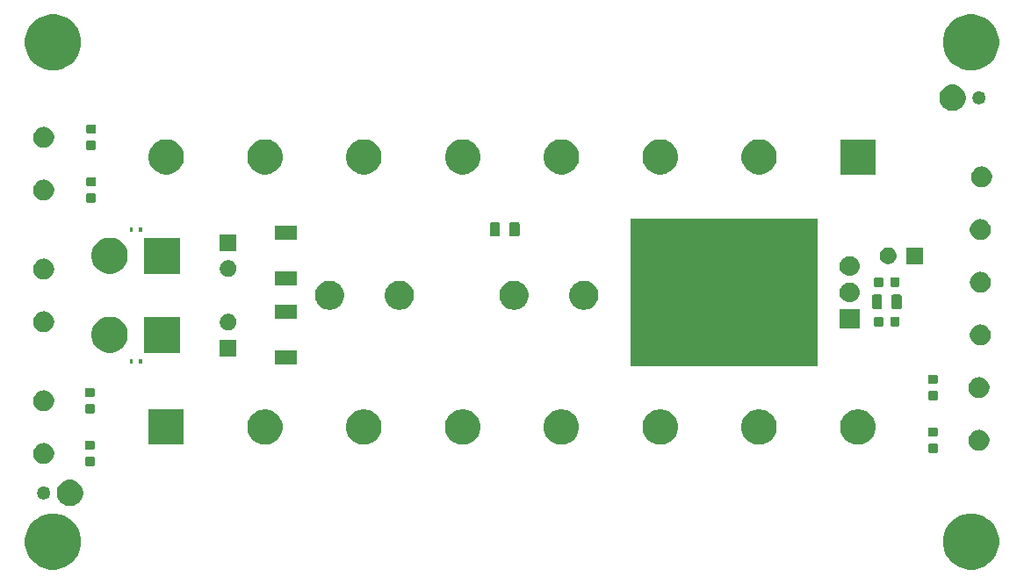
<source format=gbr>
G04 #@! TF.GenerationSoftware,KiCad,Pcbnew,5.0.2-bee76a0~70~ubuntu18.04.1*
G04 #@! TF.CreationDate,2019-06-21T09:24:01-07:00*
G04 #@! TF.ProjectId,aa-power,61612d70-6f77-4657-922e-6b696361645f,rev?*
G04 #@! TF.SameCoordinates,Original*
G04 #@! TF.FileFunction,Soldermask,Top*
G04 #@! TF.FilePolarity,Negative*
%FSLAX46Y46*%
G04 Gerber Fmt 4.6, Leading zero omitted, Abs format (unit mm)*
G04 Created by KiCad (PCBNEW 5.0.2-bee76a0~70~ubuntu18.04.1) date Fri 21 Jun 2019 09:24:01 AM PDT*
%MOMM*%
%LPD*%
G01*
G04 APERTURE LIST*
%ADD10C,0.100000*%
G04 APERTURE END LIST*
D10*
G36*
X194335560Y-121482759D02*
X194786084Y-121669372D01*
X194826930Y-121686291D01*
X194846736Y-121699525D01*
X195269153Y-121981775D01*
X195645225Y-122357847D01*
X195940710Y-122800072D01*
X196144241Y-123291440D01*
X196248000Y-123813072D01*
X196248000Y-124344928D01*
X196144241Y-124866560D01*
X195940710Y-125357928D01*
X195645225Y-125800153D01*
X195269153Y-126176225D01*
X195269150Y-126176227D01*
X194826930Y-126471709D01*
X194826929Y-126471710D01*
X194826928Y-126471710D01*
X194335560Y-126675241D01*
X193813928Y-126779000D01*
X193282072Y-126779000D01*
X192760440Y-126675241D01*
X192269072Y-126471710D01*
X192269071Y-126471710D01*
X192269070Y-126471709D01*
X191826850Y-126176227D01*
X191826847Y-126176225D01*
X191450775Y-125800153D01*
X191155290Y-125357928D01*
X190951759Y-124866560D01*
X190848000Y-124344928D01*
X190848000Y-123813072D01*
X190951759Y-123291440D01*
X191155290Y-122800072D01*
X191450775Y-122357847D01*
X191826847Y-121981775D01*
X192249264Y-121699525D01*
X192269070Y-121686291D01*
X192309916Y-121669372D01*
X192760440Y-121482759D01*
X193282072Y-121379000D01*
X193813928Y-121379000D01*
X194335560Y-121482759D01*
X194335560Y-121482759D01*
G37*
G36*
X105816560Y-121482759D02*
X106267084Y-121669372D01*
X106307930Y-121686291D01*
X106327736Y-121699525D01*
X106750153Y-121981775D01*
X107126225Y-122357847D01*
X107421710Y-122800072D01*
X107625241Y-123291440D01*
X107729000Y-123813072D01*
X107729000Y-124344928D01*
X107625241Y-124866560D01*
X107421710Y-125357928D01*
X107126225Y-125800153D01*
X106750153Y-126176225D01*
X106750150Y-126176227D01*
X106307930Y-126471709D01*
X106307929Y-126471710D01*
X106307928Y-126471710D01*
X105816560Y-126675241D01*
X105294928Y-126779000D01*
X104763072Y-126779000D01*
X104241440Y-126675241D01*
X103750072Y-126471710D01*
X103750071Y-126471710D01*
X103750070Y-126471709D01*
X103307850Y-126176227D01*
X103307847Y-126176225D01*
X102931775Y-125800153D01*
X102636290Y-125357928D01*
X102432759Y-124866560D01*
X102329000Y-124344928D01*
X102329000Y-123813072D01*
X102432759Y-123291440D01*
X102636290Y-122800072D01*
X102931775Y-122357847D01*
X103307847Y-121981775D01*
X103730264Y-121699525D01*
X103750070Y-121686291D01*
X103790916Y-121669372D01*
X104241440Y-121482759D01*
X104763072Y-121379000D01*
X105294928Y-121379000D01*
X105816560Y-121482759D01*
X105816560Y-121482759D01*
G37*
G36*
X106927764Y-118134402D02*
X107050445Y-118158805D01*
X107281571Y-118254541D01*
X107489581Y-118393529D01*
X107666471Y-118570419D01*
X107666473Y-118570422D01*
X107805459Y-118778429D01*
X107901195Y-119009555D01*
X107950000Y-119254916D01*
X107950000Y-119505084D01*
X107901195Y-119750445D01*
X107805459Y-119981571D01*
X107666471Y-120189581D01*
X107489581Y-120366471D01*
X107489578Y-120366473D01*
X107281571Y-120505459D01*
X107050445Y-120601195D01*
X106927765Y-120625597D01*
X106805086Y-120650000D01*
X106554914Y-120650000D01*
X106432235Y-120625597D01*
X106309555Y-120601195D01*
X106078429Y-120505459D01*
X105870422Y-120366473D01*
X105870419Y-120366471D01*
X105693529Y-120189581D01*
X105554541Y-119981571D01*
X105458805Y-119750445D01*
X105410000Y-119505084D01*
X105410000Y-119254916D01*
X105458805Y-119009555D01*
X105554541Y-118778429D01*
X105693527Y-118570422D01*
X105693529Y-118570419D01*
X105870419Y-118393529D01*
X106078429Y-118254541D01*
X106309555Y-118158805D01*
X106432236Y-118134402D01*
X106554914Y-118110000D01*
X106805086Y-118110000D01*
X106927764Y-118134402D01*
X106927764Y-118134402D01*
G37*
G36*
X104325223Y-118769403D02*
X104440784Y-118817270D01*
X104544792Y-118886766D01*
X104633234Y-118975208D01*
X104702730Y-119079216D01*
X104750597Y-119194777D01*
X104775000Y-119317458D01*
X104775000Y-119442542D01*
X104762559Y-119505086D01*
X104750597Y-119565223D01*
X104702730Y-119680784D01*
X104633234Y-119784792D01*
X104544792Y-119873234D01*
X104440784Y-119942730D01*
X104325223Y-119990597D01*
X104202542Y-120015000D01*
X104077458Y-120015000D01*
X103954777Y-119990597D01*
X103839216Y-119942730D01*
X103735208Y-119873234D01*
X103646766Y-119784792D01*
X103577270Y-119680784D01*
X103529403Y-119565223D01*
X103517441Y-119505086D01*
X103505000Y-119442542D01*
X103505000Y-119317458D01*
X103529403Y-119194777D01*
X103577270Y-119079216D01*
X103646766Y-118975208D01*
X103735208Y-118886766D01*
X103839216Y-118817270D01*
X103954777Y-118769403D01*
X104077458Y-118745000D01*
X104202542Y-118745000D01*
X104325223Y-118769403D01*
X104325223Y-118769403D01*
G37*
G36*
X108934116Y-115923595D02*
X108963313Y-115932452D01*
X108990218Y-115946833D01*
X109013808Y-115966192D01*
X109033167Y-115989782D01*
X109047548Y-116016687D01*
X109056405Y-116045884D01*
X109060000Y-116082390D01*
X109060000Y-116632610D01*
X109056405Y-116669116D01*
X109047548Y-116698313D01*
X109033167Y-116725218D01*
X109013808Y-116748808D01*
X108990218Y-116768167D01*
X108963313Y-116782548D01*
X108934116Y-116791405D01*
X108897610Y-116795000D01*
X108272390Y-116795000D01*
X108235884Y-116791405D01*
X108206687Y-116782548D01*
X108179782Y-116768167D01*
X108156192Y-116748808D01*
X108136833Y-116725218D01*
X108122452Y-116698313D01*
X108113595Y-116669116D01*
X108110000Y-116632610D01*
X108110000Y-116082390D01*
X108113595Y-116045884D01*
X108122452Y-116016687D01*
X108136833Y-115989782D01*
X108156192Y-115966192D01*
X108179782Y-115946833D01*
X108206687Y-115932452D01*
X108235884Y-115923595D01*
X108272390Y-115920000D01*
X108897610Y-115920000D01*
X108934116Y-115923595D01*
X108934116Y-115923595D01*
G37*
G36*
X104315770Y-114585372D02*
X104431689Y-114608429D01*
X104613678Y-114683811D01*
X104777463Y-114793249D01*
X104916751Y-114932537D01*
X105026189Y-115096322D01*
X105101571Y-115278311D01*
X105140000Y-115471509D01*
X105140000Y-115668491D01*
X105101571Y-115861689D01*
X105026189Y-116043678D01*
X104916751Y-116207463D01*
X104777463Y-116346751D01*
X104613678Y-116456189D01*
X104431689Y-116531571D01*
X104315770Y-116554628D01*
X104238493Y-116570000D01*
X104041507Y-116570000D01*
X103964230Y-116554628D01*
X103848311Y-116531571D01*
X103666322Y-116456189D01*
X103502537Y-116346751D01*
X103363249Y-116207463D01*
X103253811Y-116043678D01*
X103178429Y-115861689D01*
X103140000Y-115668491D01*
X103140000Y-115471509D01*
X103178429Y-115278311D01*
X103253811Y-115096322D01*
X103363249Y-114932537D01*
X103502537Y-114793249D01*
X103666322Y-114683811D01*
X103848311Y-114608429D01*
X103964230Y-114585372D01*
X104041507Y-114570000D01*
X104238493Y-114570000D01*
X104315770Y-114585372D01*
X104315770Y-114585372D01*
G37*
G36*
X190214116Y-114653595D02*
X190243313Y-114662452D01*
X190270218Y-114676833D01*
X190293808Y-114696192D01*
X190313167Y-114719782D01*
X190327548Y-114746687D01*
X190336405Y-114775884D01*
X190340000Y-114812390D01*
X190340000Y-115362610D01*
X190336405Y-115399116D01*
X190327548Y-115428313D01*
X190313167Y-115455218D01*
X190293808Y-115478808D01*
X190270218Y-115498167D01*
X190243313Y-115512548D01*
X190214116Y-115521405D01*
X190177610Y-115525000D01*
X189552390Y-115525000D01*
X189515884Y-115521405D01*
X189486687Y-115512548D01*
X189459782Y-115498167D01*
X189436192Y-115478808D01*
X189416833Y-115455218D01*
X189402452Y-115428313D01*
X189393595Y-115399116D01*
X189390000Y-115362610D01*
X189390000Y-114812390D01*
X189393595Y-114775884D01*
X189402452Y-114746687D01*
X189416833Y-114719782D01*
X189436192Y-114696192D01*
X189459782Y-114676833D01*
X189486687Y-114662452D01*
X189515884Y-114653595D01*
X189552390Y-114650000D01*
X190177610Y-114650000D01*
X190214116Y-114653595D01*
X190214116Y-114653595D01*
G37*
G36*
X194485770Y-113315372D02*
X194601689Y-113338429D01*
X194783678Y-113413811D01*
X194947463Y-113523249D01*
X195086751Y-113662537D01*
X195196189Y-113826322D01*
X195271571Y-114008311D01*
X195310000Y-114201509D01*
X195310000Y-114398491D01*
X195271571Y-114591689D01*
X195196189Y-114773678D01*
X195086751Y-114937463D01*
X194947463Y-115076751D01*
X194783678Y-115186189D01*
X194601689Y-115261571D01*
X194485770Y-115284628D01*
X194408493Y-115300000D01*
X194211507Y-115300000D01*
X194134230Y-115284628D01*
X194018311Y-115261571D01*
X193836322Y-115186189D01*
X193672537Y-115076751D01*
X193533249Y-114937463D01*
X193423811Y-114773678D01*
X193348429Y-114591689D01*
X193310000Y-114398491D01*
X193310000Y-114201509D01*
X193348429Y-114008311D01*
X193423811Y-113826322D01*
X193533249Y-113662537D01*
X193672537Y-113523249D01*
X193836322Y-113413811D01*
X194018311Y-113338429D01*
X194134230Y-113315372D01*
X194211507Y-113300000D01*
X194408493Y-113300000D01*
X194485770Y-113315372D01*
X194485770Y-113315372D01*
G37*
G36*
X108934116Y-114348595D02*
X108963313Y-114357452D01*
X108990218Y-114371833D01*
X109013808Y-114391192D01*
X109033167Y-114414782D01*
X109047548Y-114441687D01*
X109056405Y-114470884D01*
X109060000Y-114507390D01*
X109060000Y-115057610D01*
X109056405Y-115094116D01*
X109047548Y-115123313D01*
X109033167Y-115150218D01*
X109013808Y-115173808D01*
X108990218Y-115193167D01*
X108963313Y-115207548D01*
X108934116Y-115216405D01*
X108897610Y-115220000D01*
X108272390Y-115220000D01*
X108235884Y-115216405D01*
X108206687Y-115207548D01*
X108179782Y-115193167D01*
X108156192Y-115173808D01*
X108136833Y-115150218D01*
X108122452Y-115123313D01*
X108113595Y-115094116D01*
X108110000Y-115057610D01*
X108110000Y-114507390D01*
X108113595Y-114470884D01*
X108122452Y-114441687D01*
X108136833Y-114414782D01*
X108156192Y-114391192D01*
X108179782Y-114371833D01*
X108206687Y-114357452D01*
X108235884Y-114348595D01*
X108272390Y-114345000D01*
X108897610Y-114345000D01*
X108934116Y-114348595D01*
X108934116Y-114348595D01*
G37*
G36*
X154432393Y-111373553D02*
X154541872Y-111395330D01*
X154851252Y-111523479D01*
X155129687Y-111709523D01*
X155366477Y-111946313D01*
X155552521Y-112224748D01*
X155680670Y-112534128D01*
X155680670Y-112534129D01*
X155746000Y-112862563D01*
X155746000Y-113197437D01*
X155735331Y-113251074D01*
X155680670Y-113525872D01*
X155552521Y-113835252D01*
X155366477Y-114113687D01*
X155129687Y-114350477D01*
X154851252Y-114536521D01*
X154541872Y-114664670D01*
X154480724Y-114676833D01*
X154213437Y-114730000D01*
X153878563Y-114730000D01*
X153611276Y-114676833D01*
X153550128Y-114664670D01*
X153240748Y-114536521D01*
X152962313Y-114350477D01*
X152725523Y-114113687D01*
X152539479Y-113835252D01*
X152411330Y-113525872D01*
X152356669Y-113251074D01*
X152346000Y-113197437D01*
X152346000Y-112862563D01*
X152411330Y-112534129D01*
X152411330Y-112534128D01*
X152539479Y-112224748D01*
X152725523Y-111946313D01*
X152962313Y-111709523D01*
X153240748Y-111523479D01*
X153550128Y-111395330D01*
X153659607Y-111373553D01*
X153878563Y-111330000D01*
X154213437Y-111330000D01*
X154432393Y-111373553D01*
X154432393Y-111373553D01*
G37*
G36*
X173487393Y-111373553D02*
X173596872Y-111395330D01*
X173906252Y-111523479D01*
X174184687Y-111709523D01*
X174421477Y-111946313D01*
X174607521Y-112224748D01*
X174735670Y-112534128D01*
X174735670Y-112534129D01*
X174801000Y-112862563D01*
X174801000Y-113197437D01*
X174790331Y-113251074D01*
X174735670Y-113525872D01*
X174607521Y-113835252D01*
X174421477Y-114113687D01*
X174184687Y-114350477D01*
X173906252Y-114536521D01*
X173596872Y-114664670D01*
X173535724Y-114676833D01*
X173268437Y-114730000D01*
X172933563Y-114730000D01*
X172666276Y-114676833D01*
X172605128Y-114664670D01*
X172295748Y-114536521D01*
X172017313Y-114350477D01*
X171780523Y-114113687D01*
X171594479Y-113835252D01*
X171466330Y-113525872D01*
X171411669Y-113251074D01*
X171401000Y-113197437D01*
X171401000Y-112862563D01*
X171466330Y-112534129D01*
X171466330Y-112534128D01*
X171594479Y-112224748D01*
X171780523Y-111946313D01*
X172017313Y-111709523D01*
X172295748Y-111523479D01*
X172605128Y-111395330D01*
X172714607Y-111373553D01*
X172933563Y-111330000D01*
X173268437Y-111330000D01*
X173487393Y-111373553D01*
X173487393Y-111373553D01*
G37*
G36*
X163962393Y-111373553D02*
X164071872Y-111395330D01*
X164381252Y-111523479D01*
X164659687Y-111709523D01*
X164896477Y-111946313D01*
X165082521Y-112224748D01*
X165210670Y-112534128D01*
X165210670Y-112534129D01*
X165276000Y-112862563D01*
X165276000Y-113197437D01*
X165265331Y-113251074D01*
X165210670Y-113525872D01*
X165082521Y-113835252D01*
X164896477Y-114113687D01*
X164659687Y-114350477D01*
X164381252Y-114536521D01*
X164071872Y-114664670D01*
X164010724Y-114676833D01*
X163743437Y-114730000D01*
X163408563Y-114730000D01*
X163141276Y-114676833D01*
X163080128Y-114664670D01*
X162770748Y-114536521D01*
X162492313Y-114350477D01*
X162255523Y-114113687D01*
X162069479Y-113835252D01*
X161941330Y-113525872D01*
X161886669Y-113251074D01*
X161876000Y-113197437D01*
X161876000Y-112862563D01*
X161941330Y-112534129D01*
X161941330Y-112534128D01*
X162069479Y-112224748D01*
X162255523Y-111946313D01*
X162492313Y-111709523D01*
X162770748Y-111523479D01*
X163080128Y-111395330D01*
X163189607Y-111373553D01*
X163408563Y-111330000D01*
X163743437Y-111330000D01*
X163962393Y-111373553D01*
X163962393Y-111373553D01*
G37*
G36*
X117651000Y-114730000D02*
X114251000Y-114730000D01*
X114251000Y-111330000D01*
X117651000Y-111330000D01*
X117651000Y-114730000D01*
X117651000Y-114730000D01*
G37*
G36*
X125857393Y-111373553D02*
X125966872Y-111395330D01*
X126276252Y-111523479D01*
X126554687Y-111709523D01*
X126791477Y-111946313D01*
X126977521Y-112224748D01*
X127105670Y-112534128D01*
X127105670Y-112534129D01*
X127171000Y-112862563D01*
X127171000Y-113197437D01*
X127160331Y-113251074D01*
X127105670Y-113525872D01*
X126977521Y-113835252D01*
X126791477Y-114113687D01*
X126554687Y-114350477D01*
X126276252Y-114536521D01*
X125966872Y-114664670D01*
X125905724Y-114676833D01*
X125638437Y-114730000D01*
X125303563Y-114730000D01*
X125036276Y-114676833D01*
X124975128Y-114664670D01*
X124665748Y-114536521D01*
X124387313Y-114350477D01*
X124150523Y-114113687D01*
X123964479Y-113835252D01*
X123836330Y-113525872D01*
X123781669Y-113251074D01*
X123771000Y-113197437D01*
X123771000Y-112862563D01*
X123836330Y-112534129D01*
X123836330Y-112534128D01*
X123964479Y-112224748D01*
X124150523Y-111946313D01*
X124387313Y-111709523D01*
X124665748Y-111523479D01*
X124975128Y-111395330D01*
X125084607Y-111373553D01*
X125303563Y-111330000D01*
X125638437Y-111330000D01*
X125857393Y-111373553D01*
X125857393Y-111373553D01*
G37*
G36*
X144912393Y-111373553D02*
X145021872Y-111395330D01*
X145331252Y-111523479D01*
X145609687Y-111709523D01*
X145846477Y-111946313D01*
X146032521Y-112224748D01*
X146160670Y-112534128D01*
X146160670Y-112534129D01*
X146226000Y-112862563D01*
X146226000Y-113197437D01*
X146215331Y-113251074D01*
X146160670Y-113525872D01*
X146032521Y-113835252D01*
X145846477Y-114113687D01*
X145609687Y-114350477D01*
X145331252Y-114536521D01*
X145021872Y-114664670D01*
X144960724Y-114676833D01*
X144693437Y-114730000D01*
X144358563Y-114730000D01*
X144091276Y-114676833D01*
X144030128Y-114664670D01*
X143720748Y-114536521D01*
X143442313Y-114350477D01*
X143205523Y-114113687D01*
X143019479Y-113835252D01*
X142891330Y-113525872D01*
X142836669Y-113251074D01*
X142826000Y-113197437D01*
X142826000Y-112862563D01*
X142891330Y-112534129D01*
X142891330Y-112534128D01*
X143019479Y-112224748D01*
X143205523Y-111946313D01*
X143442313Y-111709523D01*
X143720748Y-111523479D01*
X144030128Y-111395330D01*
X144139607Y-111373553D01*
X144358563Y-111330000D01*
X144693437Y-111330000D01*
X144912393Y-111373553D01*
X144912393Y-111373553D01*
G37*
G36*
X183012393Y-111373553D02*
X183121872Y-111395330D01*
X183431252Y-111523479D01*
X183709687Y-111709523D01*
X183946477Y-111946313D01*
X184132521Y-112224748D01*
X184260670Y-112534128D01*
X184260670Y-112534129D01*
X184326000Y-112862563D01*
X184326000Y-113197437D01*
X184315331Y-113251074D01*
X184260670Y-113525872D01*
X184132521Y-113835252D01*
X183946477Y-114113687D01*
X183709687Y-114350477D01*
X183431252Y-114536521D01*
X183121872Y-114664670D01*
X183060724Y-114676833D01*
X182793437Y-114730000D01*
X182458563Y-114730000D01*
X182191276Y-114676833D01*
X182130128Y-114664670D01*
X181820748Y-114536521D01*
X181542313Y-114350477D01*
X181305523Y-114113687D01*
X181119479Y-113835252D01*
X180991330Y-113525872D01*
X180936669Y-113251074D01*
X180926000Y-113197437D01*
X180926000Y-112862563D01*
X180991330Y-112534129D01*
X180991330Y-112534128D01*
X181119479Y-112224748D01*
X181305523Y-111946313D01*
X181542313Y-111709523D01*
X181820748Y-111523479D01*
X182130128Y-111395330D01*
X182239607Y-111373553D01*
X182458563Y-111330000D01*
X182793437Y-111330000D01*
X183012393Y-111373553D01*
X183012393Y-111373553D01*
G37*
G36*
X135387393Y-111373553D02*
X135496872Y-111395330D01*
X135806252Y-111523479D01*
X136084687Y-111709523D01*
X136321477Y-111946313D01*
X136507521Y-112224748D01*
X136635670Y-112534128D01*
X136635670Y-112534129D01*
X136701000Y-112862563D01*
X136701000Y-113197437D01*
X136690331Y-113251074D01*
X136635670Y-113525872D01*
X136507521Y-113835252D01*
X136321477Y-114113687D01*
X136084687Y-114350477D01*
X135806252Y-114536521D01*
X135496872Y-114664670D01*
X135435724Y-114676833D01*
X135168437Y-114730000D01*
X134833563Y-114730000D01*
X134566276Y-114676833D01*
X134505128Y-114664670D01*
X134195748Y-114536521D01*
X133917313Y-114350477D01*
X133680523Y-114113687D01*
X133494479Y-113835252D01*
X133366330Y-113525872D01*
X133311669Y-113251074D01*
X133301000Y-113197437D01*
X133301000Y-112862563D01*
X133366330Y-112534129D01*
X133366330Y-112534128D01*
X133494479Y-112224748D01*
X133680523Y-111946313D01*
X133917313Y-111709523D01*
X134195748Y-111523479D01*
X134505128Y-111395330D01*
X134614607Y-111373553D01*
X134833563Y-111330000D01*
X135168437Y-111330000D01*
X135387393Y-111373553D01*
X135387393Y-111373553D01*
G37*
G36*
X190214116Y-113078595D02*
X190243313Y-113087452D01*
X190270218Y-113101833D01*
X190293808Y-113121192D01*
X190313167Y-113144782D01*
X190327548Y-113171687D01*
X190336405Y-113200884D01*
X190340000Y-113237390D01*
X190340000Y-113787610D01*
X190336405Y-113824116D01*
X190327548Y-113853313D01*
X190313167Y-113880218D01*
X190293808Y-113903808D01*
X190270218Y-113923167D01*
X190243313Y-113937548D01*
X190214116Y-113946405D01*
X190177610Y-113950000D01*
X189552390Y-113950000D01*
X189515884Y-113946405D01*
X189486687Y-113937548D01*
X189459782Y-113923167D01*
X189436192Y-113903808D01*
X189416833Y-113880218D01*
X189402452Y-113853313D01*
X189393595Y-113824116D01*
X189390000Y-113787610D01*
X189390000Y-113237390D01*
X189393595Y-113200884D01*
X189402452Y-113171687D01*
X189416833Y-113144782D01*
X189436192Y-113121192D01*
X189459782Y-113101833D01*
X189486687Y-113087452D01*
X189515884Y-113078595D01*
X189552390Y-113075000D01*
X190177610Y-113075000D01*
X190214116Y-113078595D01*
X190214116Y-113078595D01*
G37*
G36*
X108934116Y-110843595D02*
X108963313Y-110852452D01*
X108990218Y-110866833D01*
X109013808Y-110886192D01*
X109033167Y-110909782D01*
X109047548Y-110936687D01*
X109056405Y-110965884D01*
X109060000Y-111002390D01*
X109060000Y-111552610D01*
X109056405Y-111589116D01*
X109047548Y-111618313D01*
X109033167Y-111645218D01*
X109013808Y-111668808D01*
X108990218Y-111688167D01*
X108963313Y-111702548D01*
X108934116Y-111711405D01*
X108897610Y-111715000D01*
X108272390Y-111715000D01*
X108235884Y-111711405D01*
X108206687Y-111702548D01*
X108179782Y-111688167D01*
X108156192Y-111668808D01*
X108136833Y-111645218D01*
X108122452Y-111618313D01*
X108113595Y-111589116D01*
X108110000Y-111552610D01*
X108110000Y-111002390D01*
X108113595Y-110965884D01*
X108122452Y-110936687D01*
X108136833Y-110909782D01*
X108156192Y-110886192D01*
X108179782Y-110866833D01*
X108206687Y-110852452D01*
X108235884Y-110843595D01*
X108272390Y-110840000D01*
X108897610Y-110840000D01*
X108934116Y-110843595D01*
X108934116Y-110843595D01*
G37*
G36*
X104315770Y-109505372D02*
X104431689Y-109528429D01*
X104613678Y-109603811D01*
X104777463Y-109713249D01*
X104916751Y-109852537D01*
X105026189Y-110016322D01*
X105101571Y-110198311D01*
X105140000Y-110391509D01*
X105140000Y-110588491D01*
X105101571Y-110781689D01*
X105026189Y-110963678D01*
X104916751Y-111127463D01*
X104777463Y-111266751D01*
X104613678Y-111376189D01*
X104431689Y-111451571D01*
X104315770Y-111474628D01*
X104238493Y-111490000D01*
X104041507Y-111490000D01*
X103964230Y-111474628D01*
X103848311Y-111451571D01*
X103666322Y-111376189D01*
X103502537Y-111266751D01*
X103363249Y-111127463D01*
X103253811Y-110963678D01*
X103178429Y-110781689D01*
X103140000Y-110588491D01*
X103140000Y-110391509D01*
X103178429Y-110198311D01*
X103253811Y-110016322D01*
X103363249Y-109852537D01*
X103502537Y-109713249D01*
X103666322Y-109603811D01*
X103848311Y-109528429D01*
X103964230Y-109505372D01*
X104041507Y-109490000D01*
X104238493Y-109490000D01*
X104315770Y-109505372D01*
X104315770Y-109505372D01*
G37*
G36*
X190214116Y-109573595D02*
X190243313Y-109582452D01*
X190270218Y-109596833D01*
X190293808Y-109616192D01*
X190313167Y-109639782D01*
X190327548Y-109666687D01*
X190336405Y-109695884D01*
X190340000Y-109732390D01*
X190340000Y-110282610D01*
X190336405Y-110319116D01*
X190327548Y-110348313D01*
X190313167Y-110375218D01*
X190293808Y-110398808D01*
X190270218Y-110418167D01*
X190243313Y-110432548D01*
X190214116Y-110441405D01*
X190177610Y-110445000D01*
X189552390Y-110445000D01*
X189515884Y-110441405D01*
X189486687Y-110432548D01*
X189459782Y-110418167D01*
X189436192Y-110398808D01*
X189416833Y-110375218D01*
X189402452Y-110348313D01*
X189393595Y-110319116D01*
X189390000Y-110282610D01*
X189390000Y-109732390D01*
X189393595Y-109695884D01*
X189402452Y-109666687D01*
X189416833Y-109639782D01*
X189436192Y-109616192D01*
X189459782Y-109596833D01*
X189486687Y-109582452D01*
X189515884Y-109573595D01*
X189552390Y-109570000D01*
X190177610Y-109570000D01*
X190214116Y-109573595D01*
X190214116Y-109573595D01*
G37*
G36*
X194485770Y-108235372D02*
X194601689Y-108258429D01*
X194783678Y-108333811D01*
X194947463Y-108443249D01*
X195086751Y-108582537D01*
X195196189Y-108746322D01*
X195271571Y-108928311D01*
X195310000Y-109121509D01*
X195310000Y-109318491D01*
X195271571Y-109511689D01*
X195196189Y-109693678D01*
X195086751Y-109857463D01*
X194947463Y-109996751D01*
X194783678Y-110106189D01*
X194601689Y-110181571D01*
X194485770Y-110204628D01*
X194408493Y-110220000D01*
X194211507Y-110220000D01*
X194134230Y-110204628D01*
X194018311Y-110181571D01*
X193836322Y-110106189D01*
X193672537Y-109996751D01*
X193533249Y-109857463D01*
X193423811Y-109693678D01*
X193348429Y-109511689D01*
X193310000Y-109318491D01*
X193310000Y-109121509D01*
X193348429Y-108928311D01*
X193423811Y-108746322D01*
X193533249Y-108582537D01*
X193672537Y-108443249D01*
X193836322Y-108333811D01*
X194018311Y-108258429D01*
X194134230Y-108235372D01*
X194211507Y-108220000D01*
X194408493Y-108220000D01*
X194485770Y-108235372D01*
X194485770Y-108235372D01*
G37*
G36*
X108934116Y-109268595D02*
X108963313Y-109277452D01*
X108990218Y-109291833D01*
X109013808Y-109311192D01*
X109033167Y-109334782D01*
X109047548Y-109361687D01*
X109056405Y-109390884D01*
X109060000Y-109427390D01*
X109060000Y-109977610D01*
X109056405Y-110014116D01*
X109047548Y-110043313D01*
X109033167Y-110070218D01*
X109013808Y-110093808D01*
X108990218Y-110113167D01*
X108963313Y-110127548D01*
X108934116Y-110136405D01*
X108897610Y-110140000D01*
X108272390Y-110140000D01*
X108235884Y-110136405D01*
X108206687Y-110127548D01*
X108179782Y-110113167D01*
X108156192Y-110093808D01*
X108136833Y-110070218D01*
X108122452Y-110043313D01*
X108113595Y-110014116D01*
X108110000Y-109977610D01*
X108110000Y-109427390D01*
X108113595Y-109390884D01*
X108122452Y-109361687D01*
X108136833Y-109334782D01*
X108156192Y-109311192D01*
X108179782Y-109291833D01*
X108206687Y-109277452D01*
X108235884Y-109268595D01*
X108272390Y-109265000D01*
X108897610Y-109265000D01*
X108934116Y-109268595D01*
X108934116Y-109268595D01*
G37*
G36*
X190214116Y-107998595D02*
X190243313Y-108007452D01*
X190270218Y-108021833D01*
X190293808Y-108041192D01*
X190313167Y-108064782D01*
X190327548Y-108091687D01*
X190336405Y-108120884D01*
X190340000Y-108157390D01*
X190340000Y-108707610D01*
X190336405Y-108744116D01*
X190327548Y-108773313D01*
X190313167Y-108800218D01*
X190293808Y-108823808D01*
X190270218Y-108843167D01*
X190243313Y-108857548D01*
X190214116Y-108866405D01*
X190177610Y-108870000D01*
X189552390Y-108870000D01*
X189515884Y-108866405D01*
X189486687Y-108857548D01*
X189459782Y-108843167D01*
X189436192Y-108823808D01*
X189416833Y-108800218D01*
X189402452Y-108773313D01*
X189393595Y-108744116D01*
X189390000Y-108707610D01*
X189390000Y-108157390D01*
X189393595Y-108120884D01*
X189402452Y-108091687D01*
X189416833Y-108064782D01*
X189436192Y-108041192D01*
X189459782Y-108021833D01*
X189486687Y-108007452D01*
X189515884Y-107998595D01*
X189552390Y-107995000D01*
X190177610Y-107995000D01*
X190214116Y-107998595D01*
X190214116Y-107998595D01*
G37*
G36*
X178794162Y-107164621D02*
X160760162Y-107164621D01*
X160760162Y-92940621D01*
X178794162Y-92940621D01*
X178794162Y-107164621D01*
X178794162Y-107164621D01*
G37*
G36*
X128558000Y-107040000D02*
X126458000Y-107040000D01*
X126458000Y-105640000D01*
X128558000Y-105640000D01*
X128558000Y-107040000D01*
X128558000Y-107040000D01*
G37*
G36*
X113630000Y-106880000D02*
X113330000Y-106880000D01*
X113330000Y-106480000D01*
X113630000Y-106480000D01*
X113630000Y-106880000D01*
X113630000Y-106880000D01*
G37*
G36*
X112730000Y-106880000D02*
X112430000Y-106880000D01*
X112430000Y-106480000D01*
X112730000Y-106480000D01*
X112730000Y-106880000D01*
X112730000Y-106880000D01*
G37*
G36*
X122720000Y-106210000D02*
X121120000Y-106210000D01*
X121120000Y-104610000D01*
X122720000Y-104610000D01*
X122720000Y-106210000D01*
X122720000Y-106210000D01*
G37*
G36*
X111000473Y-102457193D02*
X111318963Y-102589116D01*
X111605601Y-102780641D01*
X111849359Y-103024399D01*
X112040884Y-103311037D01*
X112172807Y-103629527D01*
X112240060Y-103967633D01*
X112240060Y-104312367D01*
X112172807Y-104650473D01*
X112040884Y-104968963D01*
X111849359Y-105255601D01*
X111605601Y-105499359D01*
X111318963Y-105690884D01*
X111000473Y-105822807D01*
X110662367Y-105890060D01*
X110317633Y-105890060D01*
X109979527Y-105822807D01*
X109661037Y-105690884D01*
X109374399Y-105499359D01*
X109130641Y-105255601D01*
X108939116Y-104968963D01*
X108807193Y-104650473D01*
X108739940Y-104312367D01*
X108739940Y-103967633D01*
X108807193Y-103629527D01*
X108939116Y-103311037D01*
X109130641Y-103024399D01*
X109374399Y-102780641D01*
X109661037Y-102589116D01*
X109979527Y-102457193D01*
X110317633Y-102389940D01*
X110662367Y-102389940D01*
X111000473Y-102457193D01*
X111000473Y-102457193D01*
G37*
G36*
X117320060Y-105890060D02*
X113819940Y-105890060D01*
X113819940Y-102389940D01*
X117320060Y-102389940D01*
X117320060Y-105890060D01*
X117320060Y-105890060D01*
G37*
G36*
X194612770Y-103155372D02*
X194728689Y-103178429D01*
X194910678Y-103253811D01*
X195074463Y-103363249D01*
X195213751Y-103502537D01*
X195323189Y-103666322D01*
X195398571Y-103848311D01*
X195437000Y-104041509D01*
X195437000Y-104238491D01*
X195398571Y-104431689D01*
X195323189Y-104613678D01*
X195213751Y-104777463D01*
X195074463Y-104916751D01*
X194910678Y-105026189D01*
X194728689Y-105101571D01*
X194612770Y-105124628D01*
X194535493Y-105140000D01*
X194338507Y-105140000D01*
X194261230Y-105124628D01*
X194145311Y-105101571D01*
X193963322Y-105026189D01*
X193799537Y-104916751D01*
X193660249Y-104777463D01*
X193550811Y-104613678D01*
X193475429Y-104431689D01*
X193437000Y-104238491D01*
X193437000Y-104041509D01*
X193475429Y-103848311D01*
X193550811Y-103666322D01*
X193660249Y-103502537D01*
X193799537Y-103363249D01*
X193963322Y-103253811D01*
X194145311Y-103178429D01*
X194261230Y-103155372D01*
X194338507Y-103140000D01*
X194535493Y-103140000D01*
X194612770Y-103155372D01*
X194612770Y-103155372D01*
G37*
G36*
X104315770Y-101885372D02*
X104431689Y-101908429D01*
X104613678Y-101983811D01*
X104777463Y-102093249D01*
X104916751Y-102232537D01*
X105026189Y-102396322D01*
X105101571Y-102578311D01*
X105121131Y-102676648D01*
X105140000Y-102771507D01*
X105140000Y-102968493D01*
X105128879Y-103024399D01*
X105101571Y-103161689D01*
X105026189Y-103343678D01*
X104916751Y-103507463D01*
X104777463Y-103646751D01*
X104613678Y-103756189D01*
X104431689Y-103831571D01*
X104315770Y-103854628D01*
X104238493Y-103870000D01*
X104041507Y-103870000D01*
X103964230Y-103854628D01*
X103848311Y-103831571D01*
X103666322Y-103756189D01*
X103502537Y-103646751D01*
X103363249Y-103507463D01*
X103253811Y-103343678D01*
X103178429Y-103161689D01*
X103151121Y-103024399D01*
X103140000Y-102968493D01*
X103140000Y-102771507D01*
X103158869Y-102676648D01*
X103178429Y-102578311D01*
X103253811Y-102396322D01*
X103363249Y-102232537D01*
X103502537Y-102093249D01*
X103666322Y-101983811D01*
X103848311Y-101908429D01*
X103964230Y-101885372D01*
X104041507Y-101870000D01*
X104238493Y-101870000D01*
X104315770Y-101885372D01*
X104315770Y-101885372D01*
G37*
G36*
X122153352Y-102140743D02*
X122298941Y-102201048D01*
X122429973Y-102288601D01*
X122541399Y-102400027D01*
X122628952Y-102531059D01*
X122689257Y-102676648D01*
X122720000Y-102831205D01*
X122720000Y-102988795D01*
X122689257Y-103143352D01*
X122628952Y-103288941D01*
X122541399Y-103419973D01*
X122429973Y-103531399D01*
X122298941Y-103618952D01*
X122153352Y-103679257D01*
X121998795Y-103710000D01*
X121841205Y-103710000D01*
X121686648Y-103679257D01*
X121541059Y-103618952D01*
X121410027Y-103531399D01*
X121298601Y-103419973D01*
X121211048Y-103288941D01*
X121150743Y-103143352D01*
X121120000Y-102988795D01*
X121120000Y-102831205D01*
X121150743Y-102676648D01*
X121211048Y-102531059D01*
X121298601Y-102400027D01*
X121410027Y-102288601D01*
X121541059Y-102201048D01*
X121686648Y-102140743D01*
X121841205Y-102110000D01*
X121998795Y-102110000D01*
X122153352Y-102140743D01*
X122153352Y-102140743D01*
G37*
G36*
X182842162Y-103545121D02*
X180842162Y-103545121D01*
X180842162Y-101640121D01*
X182842162Y-101640121D01*
X182842162Y-103545121D01*
X182842162Y-103545121D01*
G37*
G36*
X184944116Y-102398595D02*
X184973313Y-102407452D01*
X185000218Y-102421833D01*
X185023808Y-102441192D01*
X185043167Y-102464782D01*
X185057548Y-102491687D01*
X185066405Y-102520884D01*
X185070000Y-102557390D01*
X185070000Y-103182610D01*
X185066405Y-103219116D01*
X185057548Y-103248313D01*
X185043167Y-103275218D01*
X185023808Y-103298808D01*
X185000218Y-103318167D01*
X184973313Y-103332548D01*
X184944116Y-103341405D01*
X184907610Y-103345000D01*
X184357390Y-103345000D01*
X184320884Y-103341405D01*
X184291687Y-103332548D01*
X184264782Y-103318167D01*
X184241192Y-103298808D01*
X184221833Y-103275218D01*
X184207452Y-103248313D01*
X184198595Y-103219116D01*
X184195000Y-103182610D01*
X184195000Y-102557390D01*
X184198595Y-102520884D01*
X184207452Y-102491687D01*
X184221833Y-102464782D01*
X184241192Y-102441192D01*
X184264782Y-102421833D01*
X184291687Y-102407452D01*
X184320884Y-102398595D01*
X184357390Y-102395000D01*
X184907610Y-102395000D01*
X184944116Y-102398595D01*
X184944116Y-102398595D01*
G37*
G36*
X186519116Y-102398595D02*
X186548313Y-102407452D01*
X186575218Y-102421833D01*
X186598808Y-102441192D01*
X186618167Y-102464782D01*
X186632548Y-102491687D01*
X186641405Y-102520884D01*
X186645000Y-102557390D01*
X186645000Y-103182610D01*
X186641405Y-103219116D01*
X186632548Y-103248313D01*
X186618167Y-103275218D01*
X186598808Y-103298808D01*
X186575218Y-103318167D01*
X186548313Y-103332548D01*
X186519116Y-103341405D01*
X186482610Y-103345000D01*
X185932390Y-103345000D01*
X185895884Y-103341405D01*
X185866687Y-103332548D01*
X185839782Y-103318167D01*
X185816192Y-103298808D01*
X185796833Y-103275218D01*
X185782452Y-103248313D01*
X185773595Y-103219116D01*
X185770000Y-103182610D01*
X185770000Y-102557390D01*
X185773595Y-102520884D01*
X185782452Y-102491687D01*
X185796833Y-102464782D01*
X185816192Y-102441192D01*
X185839782Y-102421833D01*
X185866687Y-102407452D01*
X185895884Y-102398595D01*
X185932390Y-102395000D01*
X186482610Y-102395000D01*
X186519116Y-102398595D01*
X186519116Y-102398595D01*
G37*
G36*
X128558000Y-102640000D02*
X126458000Y-102640000D01*
X126458000Y-101240000D01*
X128558000Y-101240000D01*
X128558000Y-102640000D01*
X128558000Y-102640000D01*
G37*
G36*
X138634039Y-98953354D02*
X138835448Y-98993417D01*
X139088412Y-99098198D01*
X139316074Y-99250316D01*
X139509684Y-99443926D01*
X139661802Y-99671588D01*
X139766583Y-99924552D01*
X139820000Y-100193097D01*
X139820000Y-100466903D01*
X139766583Y-100735448D01*
X139661802Y-100988412D01*
X139509684Y-101216074D01*
X139316074Y-101409684D01*
X139088412Y-101561802D01*
X138835448Y-101666583D01*
X138634039Y-101706646D01*
X138566904Y-101720000D01*
X138293096Y-101720000D01*
X138225961Y-101706646D01*
X138024552Y-101666583D01*
X137771588Y-101561802D01*
X137543926Y-101409684D01*
X137350316Y-101216074D01*
X137198198Y-100988412D01*
X137093417Y-100735448D01*
X137040000Y-100466903D01*
X137040000Y-100193097D01*
X137093417Y-99924552D01*
X137198198Y-99671588D01*
X137350316Y-99443926D01*
X137543926Y-99250316D01*
X137771588Y-99098198D01*
X138024552Y-98993417D01*
X138225961Y-98953354D01*
X138293096Y-98940000D01*
X138566904Y-98940000D01*
X138634039Y-98953354D01*
X138634039Y-98953354D01*
G37*
G36*
X131903039Y-98953354D02*
X132104448Y-98993417D01*
X132357412Y-99098198D01*
X132585074Y-99250316D01*
X132778684Y-99443926D01*
X132930802Y-99671588D01*
X133035583Y-99924552D01*
X133089000Y-100193097D01*
X133089000Y-100466903D01*
X133035583Y-100735448D01*
X132930802Y-100988412D01*
X132778684Y-101216074D01*
X132585074Y-101409684D01*
X132357412Y-101561802D01*
X132104448Y-101666583D01*
X131903039Y-101706646D01*
X131835904Y-101720000D01*
X131562096Y-101720000D01*
X131494961Y-101706646D01*
X131293552Y-101666583D01*
X131040588Y-101561802D01*
X130812926Y-101409684D01*
X130619316Y-101216074D01*
X130467198Y-100988412D01*
X130362417Y-100735448D01*
X130309000Y-100466903D01*
X130309000Y-100193097D01*
X130362417Y-99924552D01*
X130467198Y-99671588D01*
X130619316Y-99443926D01*
X130812926Y-99250316D01*
X131040588Y-99098198D01*
X131293552Y-98993417D01*
X131494961Y-98953354D01*
X131562096Y-98940000D01*
X131835904Y-98940000D01*
X131903039Y-98953354D01*
X131903039Y-98953354D01*
G37*
G36*
X156414039Y-98953354D02*
X156615448Y-98993417D01*
X156868412Y-99098198D01*
X157096074Y-99250316D01*
X157289684Y-99443926D01*
X157441802Y-99671588D01*
X157546583Y-99924552D01*
X157600000Y-100193097D01*
X157600000Y-100466903D01*
X157546583Y-100735448D01*
X157441802Y-100988412D01*
X157289684Y-101216074D01*
X157096074Y-101409684D01*
X156868412Y-101561802D01*
X156615448Y-101666583D01*
X156414039Y-101706646D01*
X156346904Y-101720000D01*
X156073096Y-101720000D01*
X156005961Y-101706646D01*
X155804552Y-101666583D01*
X155551588Y-101561802D01*
X155323926Y-101409684D01*
X155130316Y-101216074D01*
X154978198Y-100988412D01*
X154873417Y-100735448D01*
X154820000Y-100466903D01*
X154820000Y-100193097D01*
X154873417Y-99924552D01*
X154978198Y-99671588D01*
X155130316Y-99443926D01*
X155323926Y-99250316D01*
X155551588Y-99098198D01*
X155804552Y-98993417D01*
X156005961Y-98953354D01*
X156073096Y-98940000D01*
X156346904Y-98940000D01*
X156414039Y-98953354D01*
X156414039Y-98953354D01*
G37*
G36*
X149683039Y-98953354D02*
X149884448Y-98993417D01*
X150137412Y-99098198D01*
X150365074Y-99250316D01*
X150558684Y-99443926D01*
X150710802Y-99671588D01*
X150815583Y-99924552D01*
X150869000Y-100193097D01*
X150869000Y-100466903D01*
X150815583Y-100735448D01*
X150710802Y-100988412D01*
X150558684Y-101216074D01*
X150365074Y-101409684D01*
X150137412Y-101561802D01*
X149884448Y-101666583D01*
X149683039Y-101706646D01*
X149615904Y-101720000D01*
X149342096Y-101720000D01*
X149274961Y-101706646D01*
X149073552Y-101666583D01*
X148820588Y-101561802D01*
X148592926Y-101409684D01*
X148399316Y-101216074D01*
X148247198Y-100988412D01*
X148142417Y-100735448D01*
X148089000Y-100466903D01*
X148089000Y-100193097D01*
X148142417Y-99924552D01*
X148247198Y-99671588D01*
X148399316Y-99443926D01*
X148592926Y-99250316D01*
X148820588Y-99098198D01*
X149073552Y-98993417D01*
X149274961Y-98953354D01*
X149342096Y-98940000D01*
X149615904Y-98940000D01*
X149683039Y-98953354D01*
X149683039Y-98953354D01*
G37*
G36*
X186698992Y-100269076D02*
X186732883Y-100279357D01*
X186764111Y-100296048D01*
X186791485Y-100318515D01*
X186813952Y-100345889D01*
X186830643Y-100377117D01*
X186840924Y-100411008D01*
X186845000Y-100452391D01*
X186845000Y-101477609D01*
X186840924Y-101518992D01*
X186830643Y-101552883D01*
X186813952Y-101584111D01*
X186791485Y-101611485D01*
X186764111Y-101633952D01*
X186732883Y-101650643D01*
X186698992Y-101660924D01*
X186657609Y-101665000D01*
X186057391Y-101665000D01*
X186016008Y-101660924D01*
X185982117Y-101650643D01*
X185950889Y-101633952D01*
X185923515Y-101611485D01*
X185901048Y-101584111D01*
X185884357Y-101552883D01*
X185874076Y-101518992D01*
X185870000Y-101477609D01*
X185870000Y-100452391D01*
X185874076Y-100411008D01*
X185884357Y-100377117D01*
X185901048Y-100345889D01*
X185923515Y-100318515D01*
X185950889Y-100296048D01*
X185982117Y-100279357D01*
X186016008Y-100269076D01*
X186057391Y-100265000D01*
X186657609Y-100265000D01*
X186698992Y-100269076D01*
X186698992Y-100269076D01*
G37*
G36*
X184823992Y-100269076D02*
X184857883Y-100279357D01*
X184889111Y-100296048D01*
X184916485Y-100318515D01*
X184938952Y-100345889D01*
X184955643Y-100377117D01*
X184965924Y-100411008D01*
X184970000Y-100452391D01*
X184970000Y-101477609D01*
X184965924Y-101518992D01*
X184955643Y-101552883D01*
X184938952Y-101584111D01*
X184916485Y-101611485D01*
X184889111Y-101633952D01*
X184857883Y-101650643D01*
X184823992Y-101660924D01*
X184782609Y-101665000D01*
X184182391Y-101665000D01*
X184141008Y-101660924D01*
X184107117Y-101650643D01*
X184075889Y-101633952D01*
X184048515Y-101611485D01*
X184026048Y-101584111D01*
X184009357Y-101552883D01*
X183999076Y-101518992D01*
X183995000Y-101477609D01*
X183995000Y-100452391D01*
X183999076Y-100411008D01*
X184009357Y-100377117D01*
X184026048Y-100345889D01*
X184048515Y-100318515D01*
X184075889Y-100296048D01*
X184107117Y-100279357D01*
X184141008Y-100269076D01*
X184182391Y-100265000D01*
X184782609Y-100265000D01*
X184823992Y-100269076D01*
X184823992Y-100269076D01*
G37*
G36*
X182076386Y-99113903D02*
X182255931Y-99168368D01*
X182421403Y-99256814D01*
X182566440Y-99375843D01*
X182685469Y-99520880D01*
X182773915Y-99686352D01*
X182828380Y-99865897D01*
X182846770Y-100052621D01*
X182828380Y-100239345D01*
X182773915Y-100418890D01*
X182685469Y-100584362D01*
X182566440Y-100729399D01*
X182421403Y-100848428D01*
X182255931Y-100936874D01*
X182076386Y-100991339D01*
X181936451Y-101005121D01*
X181747873Y-101005121D01*
X181607938Y-100991339D01*
X181428393Y-100936874D01*
X181262921Y-100848428D01*
X181117884Y-100729399D01*
X180998855Y-100584362D01*
X180910409Y-100418890D01*
X180855944Y-100239345D01*
X180837554Y-100052621D01*
X180855944Y-99865897D01*
X180910409Y-99686352D01*
X180998855Y-99520880D01*
X181117884Y-99375843D01*
X181262921Y-99256814D01*
X181428393Y-99168368D01*
X181607938Y-99113903D01*
X181747873Y-99100121D01*
X181936451Y-99100121D01*
X182076386Y-99113903D01*
X182076386Y-99113903D01*
G37*
G36*
X194612770Y-98075372D02*
X194728689Y-98098429D01*
X194910678Y-98173811D01*
X195074463Y-98283249D01*
X195213751Y-98422537D01*
X195323189Y-98586322D01*
X195398571Y-98768311D01*
X195421628Y-98884230D01*
X195437000Y-98961507D01*
X195437000Y-99158493D01*
X195421628Y-99235770D01*
X195398571Y-99351689D01*
X195323189Y-99533678D01*
X195213751Y-99697463D01*
X195074463Y-99836751D01*
X194910678Y-99946189D01*
X194728689Y-100021571D01*
X194612770Y-100044628D01*
X194535493Y-100060000D01*
X194338507Y-100060000D01*
X194261230Y-100044628D01*
X194145311Y-100021571D01*
X193963322Y-99946189D01*
X193799537Y-99836751D01*
X193660249Y-99697463D01*
X193550811Y-99533678D01*
X193475429Y-99351689D01*
X193452372Y-99235770D01*
X193437000Y-99158493D01*
X193437000Y-98961507D01*
X193452372Y-98884230D01*
X193475429Y-98768311D01*
X193550811Y-98586322D01*
X193660249Y-98422537D01*
X193799537Y-98283249D01*
X193963322Y-98173811D01*
X194145311Y-98098429D01*
X194261230Y-98075372D01*
X194338507Y-98060000D01*
X194535493Y-98060000D01*
X194612770Y-98075372D01*
X194612770Y-98075372D01*
G37*
G36*
X186519116Y-98588595D02*
X186548313Y-98597452D01*
X186575218Y-98611833D01*
X186598808Y-98631192D01*
X186618167Y-98654782D01*
X186632548Y-98681687D01*
X186641405Y-98710884D01*
X186645000Y-98747390D01*
X186645000Y-99372610D01*
X186641405Y-99409116D01*
X186632548Y-99438313D01*
X186618167Y-99465218D01*
X186598808Y-99488808D01*
X186575218Y-99508167D01*
X186548313Y-99522548D01*
X186519116Y-99531405D01*
X186482610Y-99535000D01*
X185932390Y-99535000D01*
X185895884Y-99531405D01*
X185866687Y-99522548D01*
X185839782Y-99508167D01*
X185816192Y-99488808D01*
X185796833Y-99465218D01*
X185782452Y-99438313D01*
X185773595Y-99409116D01*
X185770000Y-99372610D01*
X185770000Y-98747390D01*
X185773595Y-98710884D01*
X185782452Y-98681687D01*
X185796833Y-98654782D01*
X185816192Y-98631192D01*
X185839782Y-98611833D01*
X185866687Y-98597452D01*
X185895884Y-98588595D01*
X185932390Y-98585000D01*
X186482610Y-98585000D01*
X186519116Y-98588595D01*
X186519116Y-98588595D01*
G37*
G36*
X184944116Y-98588595D02*
X184973313Y-98597452D01*
X185000218Y-98611833D01*
X185023808Y-98631192D01*
X185043167Y-98654782D01*
X185057548Y-98681687D01*
X185066405Y-98710884D01*
X185070000Y-98747390D01*
X185070000Y-99372610D01*
X185066405Y-99409116D01*
X185057548Y-99438313D01*
X185043167Y-99465218D01*
X185023808Y-99488808D01*
X185000218Y-99508167D01*
X184973313Y-99522548D01*
X184944116Y-99531405D01*
X184907610Y-99535000D01*
X184357390Y-99535000D01*
X184320884Y-99531405D01*
X184291687Y-99522548D01*
X184264782Y-99508167D01*
X184241192Y-99488808D01*
X184221833Y-99465218D01*
X184207452Y-99438313D01*
X184198595Y-99409116D01*
X184195000Y-99372610D01*
X184195000Y-98747390D01*
X184198595Y-98710884D01*
X184207452Y-98681687D01*
X184221833Y-98654782D01*
X184241192Y-98631192D01*
X184264782Y-98611833D01*
X184291687Y-98597452D01*
X184320884Y-98588595D01*
X184357390Y-98585000D01*
X184907610Y-98585000D01*
X184944116Y-98588595D01*
X184944116Y-98588595D01*
G37*
G36*
X128558000Y-99420000D02*
X126458000Y-99420000D01*
X126458000Y-98020000D01*
X128558000Y-98020000D01*
X128558000Y-99420000D01*
X128558000Y-99420000D01*
G37*
G36*
X104315770Y-96805372D02*
X104431689Y-96828429D01*
X104613678Y-96903811D01*
X104777463Y-97013249D01*
X104916751Y-97152537D01*
X105026189Y-97316322D01*
X105101571Y-97498311D01*
X105124628Y-97614230D01*
X105135962Y-97671205D01*
X105140000Y-97691509D01*
X105140000Y-97888491D01*
X105101571Y-98081689D01*
X105026189Y-98263678D01*
X104916751Y-98427463D01*
X104777463Y-98566751D01*
X104613678Y-98676189D01*
X104431689Y-98751571D01*
X104315770Y-98774628D01*
X104238493Y-98790000D01*
X104041507Y-98790000D01*
X103964230Y-98774628D01*
X103848311Y-98751571D01*
X103666322Y-98676189D01*
X103502537Y-98566751D01*
X103363249Y-98427463D01*
X103253811Y-98263678D01*
X103178429Y-98081689D01*
X103140000Y-97888491D01*
X103140000Y-97691509D01*
X103144039Y-97671205D01*
X103155372Y-97614230D01*
X103178429Y-97498311D01*
X103253811Y-97316322D01*
X103363249Y-97152537D01*
X103502537Y-97013249D01*
X103666322Y-96903811D01*
X103848311Y-96828429D01*
X103964230Y-96805372D01*
X104041507Y-96790000D01*
X104238493Y-96790000D01*
X104315770Y-96805372D01*
X104315770Y-96805372D01*
G37*
G36*
X122153352Y-96980743D02*
X122298941Y-97041048D01*
X122429973Y-97128601D01*
X122541399Y-97240027D01*
X122628952Y-97371059D01*
X122689257Y-97516648D01*
X122720000Y-97671205D01*
X122720000Y-97828795D01*
X122689257Y-97983352D01*
X122628952Y-98128941D01*
X122541399Y-98259973D01*
X122429973Y-98371399D01*
X122298941Y-98458952D01*
X122153352Y-98519257D01*
X121998795Y-98550000D01*
X121841205Y-98550000D01*
X121686648Y-98519257D01*
X121541059Y-98458952D01*
X121410027Y-98371399D01*
X121298601Y-98259973D01*
X121211048Y-98128941D01*
X121150743Y-97983352D01*
X121120000Y-97828795D01*
X121120000Y-97671205D01*
X121150743Y-97516648D01*
X121211048Y-97371059D01*
X121298601Y-97240027D01*
X121410027Y-97128601D01*
X121541059Y-97041048D01*
X121686648Y-96980743D01*
X121841205Y-96950000D01*
X121998795Y-96950000D01*
X122153352Y-96980743D01*
X122153352Y-96980743D01*
G37*
G36*
X182076386Y-96573903D02*
X182255931Y-96628368D01*
X182421403Y-96716814D01*
X182566440Y-96835843D01*
X182685469Y-96980880D01*
X182773915Y-97146352D01*
X182828380Y-97325897D01*
X182846770Y-97512621D01*
X182828380Y-97699345D01*
X182773915Y-97878890D01*
X182685469Y-98044362D01*
X182566440Y-98189399D01*
X182421403Y-98308428D01*
X182255931Y-98396874D01*
X182076386Y-98451339D01*
X181936451Y-98465121D01*
X181747873Y-98465121D01*
X181607938Y-98451339D01*
X181428393Y-98396874D01*
X181262921Y-98308428D01*
X181117884Y-98189399D01*
X180998855Y-98044362D01*
X180910409Y-97878890D01*
X180855944Y-97699345D01*
X180837554Y-97512621D01*
X180855944Y-97325897D01*
X180910409Y-97146352D01*
X180998855Y-96980880D01*
X181117884Y-96835843D01*
X181262921Y-96716814D01*
X181428393Y-96628368D01*
X181607938Y-96573903D01*
X181747873Y-96560121D01*
X181936451Y-96560121D01*
X182076386Y-96573903D01*
X182076386Y-96573903D01*
G37*
G36*
X111000473Y-94837193D02*
X111318963Y-94969116D01*
X111605601Y-95160641D01*
X111849359Y-95404399D01*
X112040884Y-95691037D01*
X112172807Y-96009527D01*
X112240060Y-96347633D01*
X112240060Y-96692367D01*
X112172807Y-97030473D01*
X112040884Y-97348963D01*
X111849359Y-97635601D01*
X111605601Y-97879359D01*
X111318963Y-98070884D01*
X111000473Y-98202807D01*
X110662367Y-98270060D01*
X110317633Y-98270060D01*
X109979527Y-98202807D01*
X109661037Y-98070884D01*
X109374399Y-97879359D01*
X109130641Y-97635601D01*
X108939116Y-97348963D01*
X108807193Y-97030473D01*
X108739940Y-96692367D01*
X108739940Y-96347633D01*
X108807193Y-96009527D01*
X108939116Y-95691037D01*
X109130641Y-95404399D01*
X109374399Y-95160641D01*
X109661037Y-94969116D01*
X109979527Y-94837193D01*
X110317633Y-94769940D01*
X110662367Y-94769940D01*
X111000473Y-94837193D01*
X111000473Y-94837193D01*
G37*
G36*
X117320060Y-98270060D02*
X113819940Y-98270060D01*
X113819940Y-94769940D01*
X117320060Y-94769940D01*
X117320060Y-98270060D01*
X117320060Y-98270060D01*
G37*
G36*
X185664649Y-95727717D02*
X185703827Y-95731576D01*
X185779227Y-95754448D01*
X185854629Y-95777321D01*
X185993608Y-95851608D01*
X186115422Y-95951578D01*
X186215392Y-96073392D01*
X186289679Y-96212371D01*
X186335424Y-96363174D01*
X186350870Y-96520000D01*
X186335424Y-96676826D01*
X186289679Y-96827629D01*
X186215392Y-96966608D01*
X186115422Y-97088422D01*
X185993608Y-97188392D01*
X185854629Y-97262679D01*
X185779228Y-97285551D01*
X185703827Y-97308424D01*
X185664649Y-97312283D01*
X185586295Y-97320000D01*
X185507705Y-97320000D01*
X185429351Y-97312283D01*
X185390173Y-97308424D01*
X185314772Y-97285551D01*
X185239371Y-97262679D01*
X185100392Y-97188392D01*
X184978578Y-97088422D01*
X184878608Y-96966608D01*
X184804321Y-96827629D01*
X184758576Y-96676826D01*
X184743130Y-96520000D01*
X184758576Y-96363174D01*
X184804321Y-96212371D01*
X184878608Y-96073392D01*
X184978578Y-95951578D01*
X185100392Y-95851608D01*
X185239371Y-95777321D01*
X185314773Y-95754448D01*
X185390173Y-95731576D01*
X185429351Y-95727717D01*
X185507705Y-95720000D01*
X185586295Y-95720000D01*
X185664649Y-95727717D01*
X185664649Y-95727717D01*
G37*
G36*
X188887000Y-97320000D02*
X187287000Y-97320000D01*
X187287000Y-95720000D01*
X188887000Y-95720000D01*
X188887000Y-97320000D01*
X188887000Y-97320000D01*
G37*
G36*
X122720000Y-96050000D02*
X121120000Y-96050000D01*
X121120000Y-94450000D01*
X122720000Y-94450000D01*
X122720000Y-96050000D01*
X122720000Y-96050000D01*
G37*
G36*
X128558000Y-95020000D02*
X126458000Y-95020000D01*
X126458000Y-93620000D01*
X128558000Y-93620000D01*
X128558000Y-95020000D01*
X128558000Y-95020000D01*
G37*
G36*
X194612770Y-92995372D02*
X194728689Y-93018429D01*
X194910678Y-93093811D01*
X195074463Y-93203249D01*
X195213751Y-93342537D01*
X195323189Y-93506322D01*
X195398571Y-93688311D01*
X195437000Y-93881509D01*
X195437000Y-94078491D01*
X195398571Y-94271689D01*
X195323189Y-94453678D01*
X195213751Y-94617463D01*
X195074463Y-94756751D01*
X194910678Y-94866189D01*
X194728689Y-94941571D01*
X194612770Y-94964628D01*
X194535493Y-94980000D01*
X194338507Y-94980000D01*
X194261230Y-94964628D01*
X194145311Y-94941571D01*
X193963322Y-94866189D01*
X193799537Y-94756751D01*
X193660249Y-94617463D01*
X193550811Y-94453678D01*
X193475429Y-94271689D01*
X193437000Y-94078491D01*
X193437000Y-93881509D01*
X193475429Y-93688311D01*
X193550811Y-93506322D01*
X193660249Y-93342537D01*
X193799537Y-93203249D01*
X193963322Y-93093811D01*
X194145311Y-93018429D01*
X194261230Y-92995372D01*
X194338507Y-92980000D01*
X194535493Y-92980000D01*
X194612770Y-92995372D01*
X194612770Y-92995372D01*
G37*
G36*
X147993992Y-93284076D02*
X148027883Y-93294357D01*
X148059111Y-93311048D01*
X148086485Y-93333515D01*
X148108952Y-93360889D01*
X148125643Y-93392117D01*
X148135924Y-93426008D01*
X148140000Y-93467391D01*
X148140000Y-94492609D01*
X148135924Y-94533992D01*
X148125643Y-94567883D01*
X148108952Y-94599111D01*
X148086485Y-94626485D01*
X148059111Y-94648952D01*
X148027883Y-94665643D01*
X147993992Y-94675924D01*
X147952609Y-94680000D01*
X147352391Y-94680000D01*
X147311008Y-94675924D01*
X147277117Y-94665643D01*
X147245889Y-94648952D01*
X147218515Y-94626485D01*
X147196048Y-94599111D01*
X147179357Y-94567883D01*
X147169076Y-94533992D01*
X147165000Y-94492609D01*
X147165000Y-93467391D01*
X147169076Y-93426008D01*
X147179357Y-93392117D01*
X147196048Y-93360889D01*
X147218515Y-93333515D01*
X147245889Y-93311048D01*
X147277117Y-93294357D01*
X147311008Y-93284076D01*
X147352391Y-93280000D01*
X147952609Y-93280000D01*
X147993992Y-93284076D01*
X147993992Y-93284076D01*
G37*
G36*
X149868992Y-93284076D02*
X149902883Y-93294357D01*
X149934111Y-93311048D01*
X149961485Y-93333515D01*
X149983952Y-93360889D01*
X150000643Y-93392117D01*
X150010924Y-93426008D01*
X150015000Y-93467391D01*
X150015000Y-94492609D01*
X150010924Y-94533992D01*
X150000643Y-94567883D01*
X149983952Y-94599111D01*
X149961485Y-94626485D01*
X149934111Y-94648952D01*
X149902883Y-94665643D01*
X149868992Y-94675924D01*
X149827609Y-94680000D01*
X149227391Y-94680000D01*
X149186008Y-94675924D01*
X149152117Y-94665643D01*
X149120889Y-94648952D01*
X149093515Y-94626485D01*
X149071048Y-94599111D01*
X149054357Y-94567883D01*
X149044076Y-94533992D01*
X149040000Y-94492609D01*
X149040000Y-93467391D01*
X149044076Y-93426008D01*
X149054357Y-93392117D01*
X149071048Y-93360889D01*
X149093515Y-93333515D01*
X149120889Y-93311048D01*
X149152117Y-93294357D01*
X149186008Y-93284076D01*
X149227391Y-93280000D01*
X149827609Y-93280000D01*
X149868992Y-93284076D01*
X149868992Y-93284076D01*
G37*
G36*
X112730000Y-94180000D02*
X112430000Y-94180000D01*
X112430000Y-93780000D01*
X112730000Y-93780000D01*
X112730000Y-94180000D01*
X112730000Y-94180000D01*
G37*
G36*
X113630000Y-94180000D02*
X113330000Y-94180000D01*
X113330000Y-93780000D01*
X113630000Y-93780000D01*
X113630000Y-94180000D01*
X113630000Y-94180000D01*
G37*
G36*
X109061116Y-90523595D02*
X109090313Y-90532452D01*
X109117218Y-90546833D01*
X109140808Y-90566192D01*
X109160167Y-90589782D01*
X109174548Y-90616687D01*
X109183405Y-90645884D01*
X109187000Y-90682390D01*
X109187000Y-91232610D01*
X109183405Y-91269116D01*
X109174548Y-91298313D01*
X109160167Y-91325218D01*
X109140808Y-91348808D01*
X109117218Y-91368167D01*
X109090313Y-91382548D01*
X109061116Y-91391405D01*
X109024610Y-91395000D01*
X108399390Y-91395000D01*
X108362884Y-91391405D01*
X108333687Y-91382548D01*
X108306782Y-91368167D01*
X108283192Y-91348808D01*
X108263833Y-91325218D01*
X108249452Y-91298313D01*
X108240595Y-91269116D01*
X108237000Y-91232610D01*
X108237000Y-90682390D01*
X108240595Y-90645884D01*
X108249452Y-90616687D01*
X108263833Y-90589782D01*
X108283192Y-90566192D01*
X108306782Y-90546833D01*
X108333687Y-90532452D01*
X108362884Y-90523595D01*
X108399390Y-90520000D01*
X109024610Y-90520000D01*
X109061116Y-90523595D01*
X109061116Y-90523595D01*
G37*
G36*
X104315770Y-89185372D02*
X104431689Y-89208429D01*
X104613678Y-89283811D01*
X104777463Y-89393249D01*
X104916751Y-89532537D01*
X105026189Y-89696322D01*
X105101571Y-89878311D01*
X105140000Y-90071509D01*
X105140000Y-90268491D01*
X105101571Y-90461689D01*
X105026189Y-90643678D01*
X104916751Y-90807463D01*
X104777463Y-90946751D01*
X104613678Y-91056189D01*
X104431689Y-91131571D01*
X104315770Y-91154628D01*
X104238493Y-91170000D01*
X104041507Y-91170000D01*
X103964230Y-91154628D01*
X103848311Y-91131571D01*
X103666322Y-91056189D01*
X103502537Y-90946751D01*
X103363249Y-90807463D01*
X103253811Y-90643678D01*
X103178429Y-90461689D01*
X103140000Y-90268491D01*
X103140000Y-90071509D01*
X103178429Y-89878311D01*
X103253811Y-89696322D01*
X103363249Y-89532537D01*
X103502537Y-89393249D01*
X103666322Y-89283811D01*
X103848311Y-89208429D01*
X103964230Y-89185372D01*
X104041507Y-89170000D01*
X104238493Y-89170000D01*
X104315770Y-89185372D01*
X104315770Y-89185372D01*
G37*
G36*
X194739770Y-87915372D02*
X194855689Y-87938429D01*
X195037678Y-88013811D01*
X195201463Y-88123249D01*
X195340751Y-88262537D01*
X195450189Y-88426322D01*
X195525571Y-88608311D01*
X195564000Y-88801509D01*
X195564000Y-88998491D01*
X195525571Y-89191689D01*
X195450189Y-89373678D01*
X195340751Y-89537463D01*
X195201463Y-89676751D01*
X195037678Y-89786189D01*
X194855689Y-89861571D01*
X194739770Y-89884628D01*
X194662493Y-89900000D01*
X194465507Y-89900000D01*
X194388230Y-89884628D01*
X194272311Y-89861571D01*
X194090322Y-89786189D01*
X193926537Y-89676751D01*
X193787249Y-89537463D01*
X193677811Y-89373678D01*
X193602429Y-89191689D01*
X193564000Y-88998491D01*
X193564000Y-88801509D01*
X193602429Y-88608311D01*
X193677811Y-88426322D01*
X193787249Y-88262537D01*
X193926537Y-88123249D01*
X194090322Y-88013811D01*
X194272311Y-87938429D01*
X194388230Y-87915372D01*
X194465507Y-87900000D01*
X194662493Y-87900000D01*
X194739770Y-87915372D01*
X194739770Y-87915372D01*
G37*
G36*
X109061116Y-88948595D02*
X109090313Y-88957452D01*
X109117218Y-88971833D01*
X109140808Y-88991192D01*
X109160167Y-89014782D01*
X109174548Y-89041687D01*
X109183405Y-89070884D01*
X109187000Y-89107390D01*
X109187000Y-89657610D01*
X109183405Y-89694116D01*
X109174548Y-89723313D01*
X109160167Y-89750218D01*
X109140808Y-89773808D01*
X109117218Y-89793167D01*
X109090313Y-89807548D01*
X109061116Y-89816405D01*
X109024610Y-89820000D01*
X108399390Y-89820000D01*
X108362884Y-89816405D01*
X108333687Y-89807548D01*
X108306782Y-89793167D01*
X108283192Y-89773808D01*
X108263833Y-89750218D01*
X108249452Y-89723313D01*
X108240595Y-89694116D01*
X108237000Y-89657610D01*
X108237000Y-89107390D01*
X108240595Y-89070884D01*
X108249452Y-89041687D01*
X108263833Y-89014782D01*
X108283192Y-88991192D01*
X108306782Y-88971833D01*
X108333687Y-88957452D01*
X108362884Y-88948595D01*
X108399390Y-88945000D01*
X109024610Y-88945000D01*
X109061116Y-88948595D01*
X109061116Y-88948595D01*
G37*
G36*
X184326000Y-88695000D02*
X180926000Y-88695000D01*
X180926000Y-85295000D01*
X184326000Y-85295000D01*
X184326000Y-88695000D01*
X184326000Y-88695000D01*
G37*
G36*
X125862393Y-85338553D02*
X125971872Y-85360330D01*
X126281252Y-85488479D01*
X126559687Y-85674523D01*
X126796477Y-85911313D01*
X126982521Y-86189748D01*
X127110670Y-86499128D01*
X127176000Y-86827565D01*
X127176000Y-87162435D01*
X127110670Y-87490872D01*
X126982521Y-87800252D01*
X126796477Y-88078687D01*
X126559687Y-88315477D01*
X126281252Y-88501521D01*
X125971872Y-88629670D01*
X125862393Y-88651447D01*
X125643437Y-88695000D01*
X125308563Y-88695000D01*
X125089607Y-88651447D01*
X124980128Y-88629670D01*
X124670748Y-88501521D01*
X124392313Y-88315477D01*
X124155523Y-88078687D01*
X123969479Y-87800252D01*
X123841330Y-87490872D01*
X123776000Y-87162435D01*
X123776000Y-86827565D01*
X123841330Y-86499128D01*
X123969479Y-86189748D01*
X124155523Y-85911313D01*
X124392313Y-85674523D01*
X124670748Y-85488479D01*
X124980128Y-85360330D01*
X125089607Y-85338553D01*
X125308563Y-85295000D01*
X125643437Y-85295000D01*
X125862393Y-85338553D01*
X125862393Y-85338553D01*
G37*
G36*
X135387393Y-85338553D02*
X135496872Y-85360330D01*
X135806252Y-85488479D01*
X136084687Y-85674523D01*
X136321477Y-85911313D01*
X136507521Y-86189748D01*
X136635670Y-86499128D01*
X136701000Y-86827565D01*
X136701000Y-87162435D01*
X136635670Y-87490872D01*
X136507521Y-87800252D01*
X136321477Y-88078687D01*
X136084687Y-88315477D01*
X135806252Y-88501521D01*
X135496872Y-88629670D01*
X135387393Y-88651447D01*
X135168437Y-88695000D01*
X134833563Y-88695000D01*
X134614607Y-88651447D01*
X134505128Y-88629670D01*
X134195748Y-88501521D01*
X133917313Y-88315477D01*
X133680523Y-88078687D01*
X133494479Y-87800252D01*
X133366330Y-87490872D01*
X133301000Y-87162435D01*
X133301000Y-86827565D01*
X133366330Y-86499128D01*
X133494479Y-86189748D01*
X133680523Y-85911313D01*
X133917313Y-85674523D01*
X134195748Y-85488479D01*
X134505128Y-85360330D01*
X134614607Y-85338553D01*
X134833563Y-85295000D01*
X135168437Y-85295000D01*
X135387393Y-85338553D01*
X135387393Y-85338553D01*
G37*
G36*
X173492393Y-85338553D02*
X173601872Y-85360330D01*
X173911252Y-85488479D01*
X174189687Y-85674523D01*
X174426477Y-85911313D01*
X174612521Y-86189748D01*
X174740670Y-86499128D01*
X174806000Y-86827565D01*
X174806000Y-87162435D01*
X174740670Y-87490872D01*
X174612521Y-87800252D01*
X174426477Y-88078687D01*
X174189687Y-88315477D01*
X173911252Y-88501521D01*
X173601872Y-88629670D01*
X173492393Y-88651447D01*
X173273437Y-88695000D01*
X172938563Y-88695000D01*
X172719607Y-88651447D01*
X172610128Y-88629670D01*
X172300748Y-88501521D01*
X172022313Y-88315477D01*
X171785523Y-88078687D01*
X171599479Y-87800252D01*
X171471330Y-87490872D01*
X171406000Y-87162435D01*
X171406000Y-86827565D01*
X171471330Y-86499128D01*
X171599479Y-86189748D01*
X171785523Y-85911313D01*
X172022313Y-85674523D01*
X172300748Y-85488479D01*
X172610128Y-85360330D01*
X172719607Y-85338553D01*
X172938563Y-85295000D01*
X173273437Y-85295000D01*
X173492393Y-85338553D01*
X173492393Y-85338553D01*
G37*
G36*
X163962393Y-85338553D02*
X164071872Y-85360330D01*
X164381252Y-85488479D01*
X164659687Y-85674523D01*
X164896477Y-85911313D01*
X165082521Y-86189748D01*
X165210670Y-86499128D01*
X165276000Y-86827565D01*
X165276000Y-87162435D01*
X165210670Y-87490872D01*
X165082521Y-87800252D01*
X164896477Y-88078687D01*
X164659687Y-88315477D01*
X164381252Y-88501521D01*
X164071872Y-88629670D01*
X163962393Y-88651447D01*
X163743437Y-88695000D01*
X163408563Y-88695000D01*
X163189607Y-88651447D01*
X163080128Y-88629670D01*
X162770748Y-88501521D01*
X162492313Y-88315477D01*
X162255523Y-88078687D01*
X162069479Y-87800252D01*
X161941330Y-87490872D01*
X161876000Y-87162435D01*
X161876000Y-86827565D01*
X161941330Y-86499128D01*
X162069479Y-86189748D01*
X162255523Y-85911313D01*
X162492313Y-85674523D01*
X162770748Y-85488479D01*
X163080128Y-85360330D01*
X163189607Y-85338553D01*
X163408563Y-85295000D01*
X163743437Y-85295000D01*
X163962393Y-85338553D01*
X163962393Y-85338553D01*
G37*
G36*
X154437393Y-85338553D02*
X154546872Y-85360330D01*
X154856252Y-85488479D01*
X155134687Y-85674523D01*
X155371477Y-85911313D01*
X155557521Y-86189748D01*
X155685670Y-86499128D01*
X155751000Y-86827565D01*
X155751000Y-87162435D01*
X155685670Y-87490872D01*
X155557521Y-87800252D01*
X155371477Y-88078687D01*
X155134687Y-88315477D01*
X154856252Y-88501521D01*
X154546872Y-88629670D01*
X154437393Y-88651447D01*
X154218437Y-88695000D01*
X153883563Y-88695000D01*
X153664607Y-88651447D01*
X153555128Y-88629670D01*
X153245748Y-88501521D01*
X152967313Y-88315477D01*
X152730523Y-88078687D01*
X152544479Y-87800252D01*
X152416330Y-87490872D01*
X152351000Y-87162435D01*
X152351000Y-86827565D01*
X152416330Y-86499128D01*
X152544479Y-86189748D01*
X152730523Y-85911313D01*
X152967313Y-85674523D01*
X153245748Y-85488479D01*
X153555128Y-85360330D01*
X153664607Y-85338553D01*
X153883563Y-85295000D01*
X154218437Y-85295000D01*
X154437393Y-85338553D01*
X154437393Y-85338553D01*
G37*
G36*
X144917393Y-85338553D02*
X145026872Y-85360330D01*
X145336252Y-85488479D01*
X145614687Y-85674523D01*
X145851477Y-85911313D01*
X146037521Y-86189748D01*
X146165670Y-86499128D01*
X146231000Y-86827565D01*
X146231000Y-87162435D01*
X146165670Y-87490872D01*
X146037521Y-87800252D01*
X145851477Y-88078687D01*
X145614687Y-88315477D01*
X145336252Y-88501521D01*
X145026872Y-88629670D01*
X144917393Y-88651447D01*
X144698437Y-88695000D01*
X144363563Y-88695000D01*
X144144607Y-88651447D01*
X144035128Y-88629670D01*
X143725748Y-88501521D01*
X143447313Y-88315477D01*
X143210523Y-88078687D01*
X143024479Y-87800252D01*
X142896330Y-87490872D01*
X142831000Y-87162435D01*
X142831000Y-86827565D01*
X142896330Y-86499128D01*
X143024479Y-86189748D01*
X143210523Y-85911313D01*
X143447313Y-85674523D01*
X143725748Y-85488479D01*
X144035128Y-85360330D01*
X144144607Y-85338553D01*
X144363563Y-85295000D01*
X144698437Y-85295000D01*
X144917393Y-85338553D01*
X144917393Y-85338553D01*
G37*
G36*
X116337393Y-85338553D02*
X116446872Y-85360330D01*
X116756252Y-85488479D01*
X117034687Y-85674523D01*
X117271477Y-85911313D01*
X117457521Y-86189748D01*
X117585670Y-86499128D01*
X117651000Y-86827565D01*
X117651000Y-87162435D01*
X117585670Y-87490872D01*
X117457521Y-87800252D01*
X117271477Y-88078687D01*
X117034687Y-88315477D01*
X116756252Y-88501521D01*
X116446872Y-88629670D01*
X116337393Y-88651447D01*
X116118437Y-88695000D01*
X115783563Y-88695000D01*
X115564607Y-88651447D01*
X115455128Y-88629670D01*
X115145748Y-88501521D01*
X114867313Y-88315477D01*
X114630523Y-88078687D01*
X114444479Y-87800252D01*
X114316330Y-87490872D01*
X114251000Y-87162435D01*
X114251000Y-86827565D01*
X114316330Y-86499128D01*
X114444479Y-86189748D01*
X114630523Y-85911313D01*
X114867313Y-85674523D01*
X115145748Y-85488479D01*
X115455128Y-85360330D01*
X115564607Y-85338553D01*
X115783563Y-85295000D01*
X116118437Y-85295000D01*
X116337393Y-85338553D01*
X116337393Y-85338553D01*
G37*
G36*
X109061116Y-85443595D02*
X109090313Y-85452452D01*
X109117218Y-85466833D01*
X109140808Y-85486192D01*
X109160167Y-85509782D01*
X109174548Y-85536687D01*
X109183405Y-85565884D01*
X109187000Y-85602390D01*
X109187000Y-86152610D01*
X109183405Y-86189116D01*
X109174548Y-86218313D01*
X109160167Y-86245218D01*
X109140808Y-86268808D01*
X109117218Y-86288167D01*
X109090313Y-86302548D01*
X109061116Y-86311405D01*
X109024610Y-86315000D01*
X108399390Y-86315000D01*
X108362884Y-86311405D01*
X108333687Y-86302548D01*
X108306782Y-86288167D01*
X108283192Y-86268808D01*
X108263833Y-86245218D01*
X108249452Y-86218313D01*
X108240595Y-86189116D01*
X108237000Y-86152610D01*
X108237000Y-85602390D01*
X108240595Y-85565884D01*
X108249452Y-85536687D01*
X108263833Y-85509782D01*
X108283192Y-85486192D01*
X108306782Y-85466833D01*
X108333687Y-85452452D01*
X108362884Y-85443595D01*
X108399390Y-85440000D01*
X109024610Y-85440000D01*
X109061116Y-85443595D01*
X109061116Y-85443595D01*
G37*
G36*
X104315770Y-84105372D02*
X104431689Y-84128429D01*
X104613678Y-84203811D01*
X104777463Y-84313249D01*
X104916751Y-84452537D01*
X105026189Y-84616322D01*
X105101571Y-84798311D01*
X105140000Y-84991509D01*
X105140000Y-85188491D01*
X105101571Y-85381689D01*
X105026189Y-85563678D01*
X104916751Y-85727463D01*
X104777463Y-85866751D01*
X104613678Y-85976189D01*
X104431689Y-86051571D01*
X104315770Y-86074628D01*
X104238493Y-86090000D01*
X104041507Y-86090000D01*
X103964230Y-86074628D01*
X103848311Y-86051571D01*
X103666322Y-85976189D01*
X103502537Y-85866751D01*
X103363249Y-85727463D01*
X103253811Y-85563678D01*
X103178429Y-85381689D01*
X103140000Y-85188491D01*
X103140000Y-84991509D01*
X103178429Y-84798311D01*
X103253811Y-84616322D01*
X103363249Y-84452537D01*
X103502537Y-84313249D01*
X103666322Y-84203811D01*
X103848311Y-84128429D01*
X103964230Y-84105372D01*
X104041507Y-84090000D01*
X104238493Y-84090000D01*
X104315770Y-84105372D01*
X104315770Y-84105372D01*
G37*
G36*
X109061116Y-83868595D02*
X109090313Y-83877452D01*
X109117218Y-83891833D01*
X109140808Y-83911192D01*
X109160167Y-83934782D01*
X109174548Y-83961687D01*
X109183405Y-83990884D01*
X109187000Y-84027390D01*
X109187000Y-84577610D01*
X109183405Y-84614116D01*
X109174548Y-84643313D01*
X109160167Y-84670218D01*
X109140808Y-84693808D01*
X109117218Y-84713167D01*
X109090313Y-84727548D01*
X109061116Y-84736405D01*
X109024610Y-84740000D01*
X108399390Y-84740000D01*
X108362884Y-84736405D01*
X108333687Y-84727548D01*
X108306782Y-84713167D01*
X108283192Y-84693808D01*
X108263833Y-84670218D01*
X108249452Y-84643313D01*
X108240595Y-84614116D01*
X108237000Y-84577610D01*
X108237000Y-84027390D01*
X108240595Y-83990884D01*
X108249452Y-83961687D01*
X108263833Y-83934782D01*
X108283192Y-83911192D01*
X108306782Y-83891833D01*
X108333687Y-83877452D01*
X108362884Y-83868595D01*
X108399390Y-83865000D01*
X109024610Y-83865000D01*
X109061116Y-83868595D01*
X109061116Y-83868595D01*
G37*
G36*
X192017764Y-80034402D02*
X192140445Y-80058805D01*
X192371571Y-80154541D01*
X192579581Y-80293529D01*
X192756471Y-80470419D01*
X192756473Y-80470422D01*
X192895459Y-80678429D01*
X192991195Y-80909555D01*
X193040000Y-81154916D01*
X193040000Y-81405084D01*
X192991195Y-81650445D01*
X192895459Y-81881571D01*
X192756471Y-82089581D01*
X192579581Y-82266471D01*
X192579578Y-82266473D01*
X192371571Y-82405459D01*
X192140445Y-82501195D01*
X192017765Y-82525597D01*
X191895086Y-82550000D01*
X191644914Y-82550000D01*
X191522236Y-82525598D01*
X191399555Y-82501195D01*
X191168429Y-82405459D01*
X190960422Y-82266473D01*
X190960419Y-82266471D01*
X190783529Y-82089581D01*
X190644541Y-81881571D01*
X190548805Y-81650445D01*
X190500000Y-81405084D01*
X190500000Y-81154916D01*
X190548805Y-80909555D01*
X190644541Y-80678429D01*
X190783527Y-80470422D01*
X190783529Y-80470419D01*
X190960419Y-80293529D01*
X191168429Y-80154541D01*
X191399555Y-80058805D01*
X191522235Y-80034403D01*
X191644914Y-80010000D01*
X191895086Y-80010000D01*
X192017764Y-80034402D01*
X192017764Y-80034402D01*
G37*
G36*
X194495223Y-80669403D02*
X194610784Y-80717270D01*
X194714792Y-80786766D01*
X194803234Y-80875208D01*
X194872730Y-80979216D01*
X194920597Y-81094777D01*
X194945000Y-81217458D01*
X194945000Y-81342542D01*
X194932559Y-81405086D01*
X194920597Y-81465223D01*
X194872730Y-81580784D01*
X194803234Y-81684792D01*
X194714792Y-81773234D01*
X194610784Y-81842730D01*
X194495223Y-81890597D01*
X194372542Y-81915000D01*
X194247458Y-81915000D01*
X194124777Y-81890597D01*
X194009216Y-81842730D01*
X193905208Y-81773234D01*
X193816766Y-81684792D01*
X193747270Y-81580784D01*
X193699403Y-81465223D01*
X193687441Y-81405086D01*
X193675000Y-81342542D01*
X193675000Y-81217458D01*
X193699403Y-81094777D01*
X193747270Y-80979216D01*
X193816766Y-80875208D01*
X193905208Y-80786766D01*
X194009216Y-80717270D01*
X194124777Y-80669403D01*
X194247458Y-80645000D01*
X194372542Y-80645000D01*
X194495223Y-80669403D01*
X194495223Y-80669403D01*
G37*
G36*
X105816560Y-73349759D02*
X106267084Y-73536372D01*
X106307930Y-73553291D01*
X106327736Y-73566525D01*
X106750153Y-73848775D01*
X107126225Y-74224847D01*
X107421710Y-74667072D01*
X107625241Y-75158440D01*
X107729000Y-75680072D01*
X107729000Y-76211928D01*
X107625241Y-76733560D01*
X107421710Y-77224928D01*
X107126225Y-77667153D01*
X106750153Y-78043225D01*
X106750150Y-78043227D01*
X106307930Y-78338709D01*
X106307929Y-78338710D01*
X106307928Y-78338710D01*
X105816560Y-78542241D01*
X105294928Y-78646000D01*
X104763072Y-78646000D01*
X104241440Y-78542241D01*
X103750072Y-78338710D01*
X103750071Y-78338710D01*
X103750070Y-78338709D01*
X103307850Y-78043227D01*
X103307847Y-78043225D01*
X102931775Y-77667153D01*
X102636290Y-77224928D01*
X102432759Y-76733560D01*
X102329000Y-76211928D01*
X102329000Y-75680072D01*
X102432759Y-75158440D01*
X102636290Y-74667072D01*
X102931775Y-74224847D01*
X103307847Y-73848775D01*
X103730264Y-73566525D01*
X103750070Y-73553291D01*
X103790916Y-73536372D01*
X104241440Y-73349759D01*
X104763072Y-73246000D01*
X105294928Y-73246000D01*
X105816560Y-73349759D01*
X105816560Y-73349759D01*
G37*
G36*
X194335560Y-73349759D02*
X194786084Y-73536372D01*
X194826930Y-73553291D01*
X194846736Y-73566525D01*
X195269153Y-73848775D01*
X195645225Y-74224847D01*
X195940710Y-74667072D01*
X196144241Y-75158440D01*
X196248000Y-75680072D01*
X196248000Y-76211928D01*
X196144241Y-76733560D01*
X195940710Y-77224928D01*
X195645225Y-77667153D01*
X195269153Y-78043225D01*
X195269150Y-78043227D01*
X194826930Y-78338709D01*
X194826929Y-78338710D01*
X194826928Y-78338710D01*
X194335560Y-78542241D01*
X193813928Y-78646000D01*
X193282072Y-78646000D01*
X192760440Y-78542241D01*
X192269072Y-78338710D01*
X192269071Y-78338710D01*
X192269070Y-78338709D01*
X191826850Y-78043227D01*
X191826847Y-78043225D01*
X191450775Y-77667153D01*
X191155290Y-77224928D01*
X190951759Y-76733560D01*
X190848000Y-76211928D01*
X190848000Y-75680072D01*
X190951759Y-75158440D01*
X191155290Y-74667072D01*
X191450775Y-74224847D01*
X191826847Y-73848775D01*
X192249264Y-73566525D01*
X192269070Y-73553291D01*
X192309916Y-73536372D01*
X192760440Y-73349759D01*
X193282072Y-73246000D01*
X193813928Y-73246000D01*
X194335560Y-73349759D01*
X194335560Y-73349759D01*
G37*
M02*

</source>
